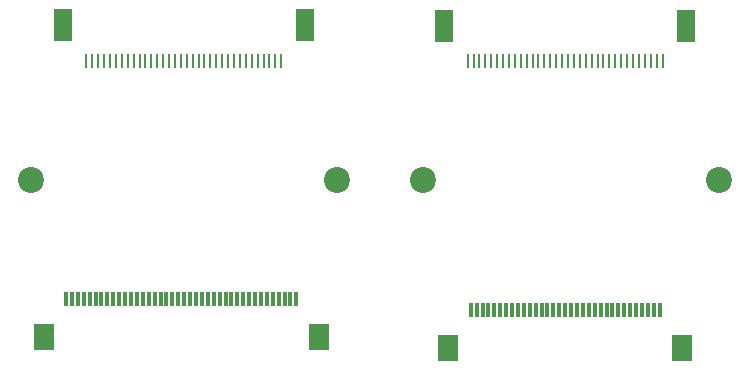
<source format=gbr>
%TF.GenerationSoftware,KiCad,Pcbnew,7.0.8-7.0.8~ubuntu22.04.1*%
%TF.CreationDate,2023-10-22T18:31:10+02:00*%
%TF.ProjectId,extension-cable,65787465-6e73-4696-9f6e-2d6361626c65,rev?*%
%TF.SameCoordinates,Original*%
%TF.FileFunction,Soldermask,Top*%
%TF.FilePolarity,Negative*%
%FSLAX46Y46*%
G04 Gerber Fmt 4.6, Leading zero omitted, Abs format (unit mm)*
G04 Created by KiCad (PCBNEW 7.0.8-7.0.8~ubuntu22.04.1) date 2023-10-22 18:31:10*
%MOMM*%
%LPD*%
G01*
G04 APERTURE LIST*
%ADD10R,0.300000X1.300000*%
%ADD11R,1.800000X2.200000*%
%ADD12R,1.600000X2.800000*%
%ADD13R,0.250000X1.300000*%
%ADD14C,2.200000*%
G04 APERTURE END LIST*
D10*
X117780000Y-90420000D03*
X118280000Y-90420000D03*
X118780000Y-90420000D03*
X119280000Y-90420000D03*
X119780000Y-90420000D03*
X120280000Y-90420000D03*
X120780000Y-90420000D03*
X121280000Y-90420000D03*
X121780000Y-90420000D03*
X122280000Y-90420000D03*
X122780000Y-90420000D03*
X123280000Y-90420000D03*
X123780000Y-90420000D03*
X124280000Y-90420000D03*
X124780000Y-90420000D03*
X125280000Y-90420000D03*
X125780000Y-90420000D03*
X126280000Y-90420000D03*
X126780000Y-90420000D03*
X127280000Y-90420000D03*
X127780000Y-90420000D03*
X128280000Y-90420000D03*
X128780000Y-90420000D03*
X129280000Y-90420000D03*
X129780000Y-90420000D03*
X130280000Y-90420000D03*
X130780000Y-90420000D03*
X131280000Y-90420000D03*
X131780000Y-90420000D03*
X132280000Y-90420000D03*
X132780000Y-90420000D03*
X133280000Y-90420000D03*
X133780000Y-90420000D03*
D11*
X115880000Y-93670000D03*
X135680000Y-93670000D03*
D12*
X103740000Y-66320000D03*
X83240000Y-66320000D03*
D13*
X101740000Y-69320000D03*
X101240000Y-69320000D03*
X100740000Y-69320000D03*
X100240000Y-69320000D03*
X99740000Y-69320000D03*
X99240000Y-69320000D03*
X98740000Y-69320000D03*
X98240000Y-69320000D03*
X97740000Y-69320000D03*
X97240000Y-69320000D03*
X96740000Y-69320000D03*
X96240000Y-69320000D03*
X95740000Y-69320000D03*
X95240000Y-69320000D03*
X94740000Y-69320000D03*
X94240000Y-69320000D03*
X93740000Y-69320000D03*
X93240000Y-69320000D03*
X92740000Y-69320000D03*
X92240000Y-69320000D03*
X91740000Y-69320000D03*
X91240000Y-69320000D03*
X90740000Y-69320000D03*
X90240000Y-69320000D03*
X89740000Y-69320000D03*
X89240000Y-69320000D03*
X88740000Y-69320000D03*
X88240000Y-69320000D03*
X87740000Y-69320000D03*
X87240000Y-69320000D03*
X86740000Y-69320000D03*
X86240000Y-69320000D03*
X85740000Y-69320000D03*
X85240000Y-69320000D03*
D14*
X80540000Y-79460000D03*
X138810000Y-79460000D03*
D10*
X83520000Y-89485000D03*
X84020000Y-89485000D03*
X84520000Y-89485000D03*
X85020000Y-89485000D03*
X85520000Y-89485000D03*
X86020000Y-89485000D03*
X86520000Y-89485000D03*
X87020000Y-89485000D03*
X87520000Y-89485000D03*
X88020000Y-89485000D03*
X88520000Y-89485000D03*
X89020000Y-89485000D03*
X89520000Y-89485000D03*
X90020000Y-89485000D03*
X90520000Y-89485000D03*
X91020000Y-89485000D03*
X91520000Y-89485000D03*
X92020000Y-89485000D03*
X92520000Y-89485000D03*
X93020000Y-89485000D03*
X93520000Y-89485000D03*
X94020000Y-89485000D03*
X94520000Y-89485000D03*
X95020000Y-89485000D03*
X95520000Y-89485000D03*
X96020000Y-89485000D03*
X96520000Y-89485000D03*
X97020000Y-89485000D03*
X97520000Y-89485000D03*
X98020000Y-89485000D03*
X98520000Y-89485000D03*
X99020000Y-89485000D03*
X99520000Y-89485000D03*
X100020000Y-89485000D03*
X100520000Y-89485000D03*
X101020000Y-89485000D03*
X101520000Y-89485000D03*
X102020000Y-89485000D03*
X102520000Y-89485000D03*
X103020000Y-89485000D03*
D11*
X81620000Y-92735000D03*
X104920000Y-92735000D03*
D14*
X106420000Y-79460000D03*
D12*
X136020000Y-66350000D03*
X115520000Y-66350000D03*
D13*
X134020000Y-69350000D03*
X133520000Y-69350000D03*
X133020000Y-69350000D03*
X132520000Y-69350000D03*
X132020000Y-69350000D03*
X131520000Y-69350000D03*
X131020000Y-69350000D03*
X130520000Y-69350000D03*
X130020000Y-69350000D03*
X129520000Y-69350000D03*
X129020000Y-69350000D03*
X128520000Y-69350000D03*
X128020000Y-69350000D03*
X127520000Y-69350000D03*
X127020000Y-69350000D03*
X126520000Y-69350000D03*
X126020000Y-69350000D03*
X125520000Y-69350000D03*
X125020000Y-69350000D03*
X124520000Y-69350000D03*
X124020000Y-69350000D03*
X123520000Y-69350000D03*
X123020000Y-69350000D03*
X122520000Y-69350000D03*
X122020000Y-69350000D03*
X121520000Y-69350000D03*
X121020000Y-69350000D03*
X120520000Y-69350000D03*
X120020000Y-69350000D03*
X119520000Y-69350000D03*
X119020000Y-69350000D03*
X118520000Y-69350000D03*
X118020000Y-69350000D03*
X117520000Y-69350000D03*
D14*
X113780000Y-79460000D03*
M02*

</source>
